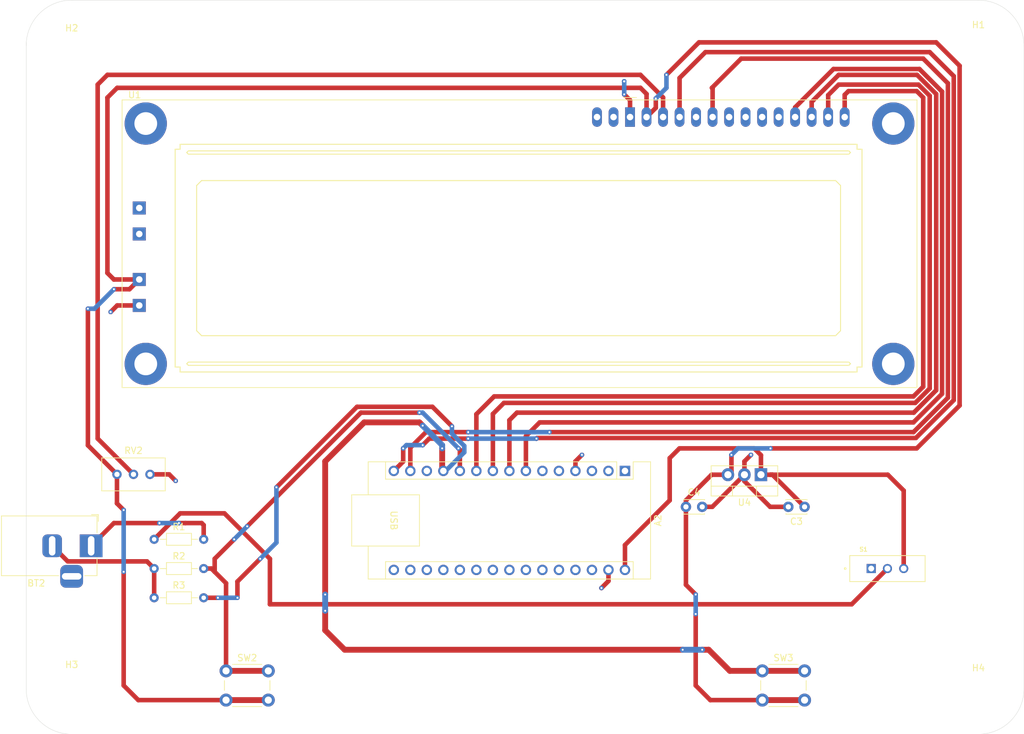
<source format=kicad_pcb>
(kicad_pcb (version 20221018) (generator pcbnew)
  (layers (0 "F.Cu" signal) (31 "B.Cu" signal) (34 "B.Paste" user) (35 "F.Paste" user) (36 "B.SilkS" user "B.Silkscreen") (37 "F.SilkS" user "F.Silkscreen") (38 "B.Mask" user) (39 "F.Mask" user) (44 "Edge.Cuts" user))
  (net 0 "")
  (net 4 "GND")
  (net 7 "Net-(A2-D4)")
  (net 8 "Net-(A2-D5)")
  (net 9 "Net-(A2-D6)")
  (net 10 "Net-(A2-D7)")
  (net 11 "Net-(A2-D8)")
  (net 12 "Net-(A2-D9)")
  (net 14 "Net-(A2-D11)")
  (net 15 "Net-(A2-D12)")
  (net 29 "Net-(A2-VIN)")
  (net 30 "Net-(BT2-+)")
  (net 31 "Net-(BT2--)")
  (net 32 "Net-(U1-VDD)")
  (net 33 "Net-(U1-VO)")
  (net 42 "Net-(R1-Pad1)")
  (footprint "MountingHole:MountingHole_2.2mm_M2" (layer "F.Cu") (at 40.5 134)
    (fp_text reference "H3" (at 0 -3.2) (layer "F.SilkS"))
    (fp_text value "MountingHole")
    (pad "" np_thru_hole circle (at 0 0) (size 2.2 2.2) (drill 2.2) (layers "*.Cu" "*.Mask"))
  )
  (footprint "MountingHole:MountingHole_2.2mm_M2" (layer "F.Cu") (at 180 35.5)
    (fp_text reference "H1" (at 0 -3.2) (layer "F.SilkS"))
    (fp_text value "MountingHole")
    (pad "" np_thru_hole circle (at 0 0) (size 2.2 2.2) (drill 2.2) (layers "*.Cu" "*.Mask"))
  )
  (footprint "Package_TO_SOT_THT:TO-220-3_Vertical" (layer "F.Cu") (at 146.54 101.555 180)
    (fp_text reference "U4" (at 2.54 -4.27) (layer "F.SilkS"))
    (fp_text value "LM7805_TO220")
    (fp_line (start -2.58 -3.27) (end -2.58 1.371) (stroke (width 0.12)) (layer "F.SilkS"))
    (fp_line (start -2.58 -3.27) (end 7.66 -3.27) (stroke (width 0.12)) (layer "F.SilkS"))
    (fp_line (start -2.58 -1.76) (end 7.66 -1.76) (stroke (width 0.12)) (layer "F.SilkS"))
    (fp_line (start -2.58 1.371) (end 7.66 1.371) (stroke (width 0.12)) (layer "F.SilkS"))
    (fp_line (start 0.69 -3.27) (end 0.69 -1.76) (stroke (width 0.12)) (layer "F.SilkS"))
    (fp_line (start 4.391 -3.27) (end 4.391 -1.76) (stroke (width 0.12)) (layer "F.SilkS"))
    (fp_line (start 7.66 -3.27) (end 7.66 1.371) (stroke (width 0.12)) (layer "F.SilkS"))
    (pad "1" thru_hole rect (at 0 0 180) (size 1.905 2) (drill 1.1) (layers "*.Cu" "*.Mask") (net 29 "Net-(A2-VIN)"))
    (pad "2" thru_hole oval (at 2.54 0 180) (size 1.905 2) (drill 1.1) (layers "*.Cu" "*.Mask") (net 4 "GND"))
    (pad "3" thru_hole oval (at 5.08 0 180) (size 1.905 2) (drill 1.1) (layers "*.Cu" "*.Mask") (net 32 "Net-(U1-VDD)"))
  )
  (footprint "MountingHole:MountingHole_2.2mm_M2" (layer "F.Cu") (at 180 134.5)
    (fp_text reference "H4" (at 0 -3.2) (layer "F.SilkS"))
    (fp_text value "MountingHole")
    (pad "" np_thru_hole circle (at 0 0) (size 2.2 2.2) (drill 2.2) (layers "*.Cu" "*.Mask"))
  )
  (footprint "Potentiometer_THT:Potentiometer_Bourns_3296W_Vertical" (layer "F.Cu") (at 52.55 101.5)
    (fp_text reference "RV2" (at -2.54 -3.66) (layer "F.SilkS"))
    (fp_text value "10k")
    (fp_line (start -7.425 -2.53) (end -7.425 2.54) (stroke (width 0.12)) (layer "F.SilkS"))
    (fp_line (start -7.425 -2.53) (end 2.345 -2.53) (stroke (width 0.12)) (layer "F.SilkS"))
    (fp_line (start -7.425 2.54) (end 2.345 2.54) (stroke (width 0.12)) (layer "F.SilkS"))
    (fp_line (start 2.345 -2.53) (end 2.345 2.54) (stroke (width 0.12)) (layer "F.SilkS"))
    (pad "1" thru_hole circle (at 0 0) (size 1.44 1.44) (drill 0.8) (layers "*.Cu" "*.Mask") (net 4 "GND"))
    (pad "2" thru_hole circle (at -2.54 0) (size 1.44 1.44) (drill 0.8) (layers "*.Cu" "*.Mask") (net 33 "Net-(U1-VO)"))
    (pad "3" thru_hole circle (at -5.08 0) (size 1.44 1.44) (drill 0.8) (layers "*.Cu" "*.Mask") (net 32 "Net-(U1-VDD)"))
  )
  (footprint "Module:Arduino_Nano" (layer "F.Cu") (at 125.62 100.97 -90)
    (fp_text reference "A2" (at 7.62 -5.08 90) (layer "F.SilkS"))
    (fp_text value "Arduino_Nano_v3.x")
    (fp_text user "USB" (at 7.62 35.56 -90 unlocked) (layer "F.SilkS"))
    (fp_line (start -1.4 -3.94) (end -1.4 -1.27) (stroke (width 0.12)) (layer "F.SilkS"))
    (fp_line (start -1.4 1.27) (end -1.4 39.5) (stroke (width 0.12)) (layer "F.SilkS"))
    (fp_line (start -1.4 39.5) (end 3.68 39.5) (stroke (width 0.12)) (layer "F.SilkS"))
    (fp_line (start 1.27 -1.27) (end -1.4 -1.27) (stroke (width 0.12)) (layer "F.SilkS"))
    (fp_line (start 1.27 1.27) (end -1.4 1.27) (stroke (width 0.12)) (layer "F.SilkS"))
    (fp_line (start 1.27 1.27) (end 1.27 -1.27) (stroke (width 0.12)) (layer "F.SilkS"))
    (fp_line (start 1.27 1.27) (end 1.27 36.83) (stroke (width 0.12)) (layer "F.SilkS"))
    (fp_line (start 1.27 36.83) (end -1.4 36.83) (stroke (width 0.12)) (layer "F.SilkS"))
    (fp_line (start 3.68 31.62) (end 11.56 31.62) (stroke (width 0.12)) (layer "F.SilkS"))
    (fp_line (start 3.68 42.04) (end 3.68 31.62) (stroke (width 0.12)) (layer "F.SilkS"))
    (fp_line (start 11.56 31.62) (end 11.56 42.04) (stroke (width 0.12)) (layer "F.SilkS"))
    (fp_line (start 11.56 42.04) (end 3.68 42.04) (stroke (width 0.12)) (layer "F.SilkS"))
    (fp_line (start 13.97 -1.27) (end 13.97 36.83) (stroke (width 0.12)) (layer "F.SilkS"))
    (fp_line (start 13.97 -1.27) (end 16.64 -1.27) (stroke (width 0.12)) (layer "F.SilkS"))
    (fp_line (start 13.97 36.83) (end 16.64 36.83) (stroke (width 0.12)) (layer "F.SilkS"))
    (fp_line (start 16.64 -3.94) (end -1.4 -3.94) (stroke (width 0.12)) (layer "F.SilkS"))
    (fp_line (start 16.64 39.5) (end 11.56 39.5) (stroke (width 0.12)) (layer "F.SilkS"))
    (fp_line (start 16.64 39.5) (end 16.64 -3.94) (stroke (width 0.12)) (layer "F.SilkS"))
    (pad "1" thru_hole rect (at 0 0 270) (size 1.6 1.6) (drill 1) (layers "*.Cu" "*.Mask"))
    (pad "2" thru_hole oval (at 0 2.54 270) (size 1.6 1.6) (drill 1) (layers "*.Cu" "*.Mask"))
    (pad "3" thru_hole oval (at 0 5.08 270) (size 1.6 1.6) (drill 1) (layers "*.Cu" "*.Mask"))
    (pad "4" thru_hole oval (at 0 7.62 270) (size 1.6 1.6) (drill 1) (layers "*.Cu" "*.Mask") (net 4 "GND"))
    (pad "5" thru_hole oval (at 0 10.16 270) (size 1.6 1.6) (drill 1) (layers "*.Cu" "*.Mask"))
    (pad "6" thru_hole oval (at 0 12.7 270) (size 1.6 1.6) (drill 1) (layers "*.Cu" "*.Mask"))
    (pad "7" thru_hole oval (at 0 15.24 270) (size 1.6 1.6) (drill 1) (layers "*.Cu" "*.Mask") (net 7 "Net-(A2-D4)"))
    (pad "8" thru_hole oval (at 0 17.78 270) (size 1.6 1.6) (drill 1) (layers "*.Cu" "*.Mask") (net 8 "Net-(A2-D5)"))
    (pad "9" thru_hole oval (at 0 20.32 270) (size 1.6 1.6) (drill 1) (layers "*.Cu" "*.Mask") (net 9 "Net-(A2-D6)"))
    (pad "10" thru_hole oval (at 0 22.86 270) (size 1.6 1.6) (drill 1) (layers "*.Cu" "*.Mask") (net 10 "Net-(A2-D7)"))
    (pad "11" thru_hole oval (at 0 25.4 270) (size 1.6 1.6) (drill 1) (layers "*.Cu" "*.Mask") (net 11 "Net-(A2-D8)"))
    (pad "12" thru_hole oval (at 0 27.94 270) (size 1.6 1.6) (drill 1) (layers "*.Cu" "*.Mask") (net 12 "Net-(A2-D9)"))
    (pad "13" thru_hole oval (at 0 30.48 270) (size 1.6 1.6) (drill 1) (layers "*.Cu" "*.Mask"))
    (pad "14" thru_hole oval (at 0 33.02 270) (size 1.6 1.6) (drill 1) (layers "*.Cu" "*.Mask") (net 14 "Net-(A2-D11)"))
    (pad "15" thru_hole oval (at 0 35.56 270) (size 1.6 1.6) (drill 1) (layers "*.Cu" "*.Mask") (net 15 "Net-(A2-D12)"))
    (pad "16" thru_hole oval (at 15.24 35.56 270) (size 1.6 1.6) (drill 1) (layers "*.Cu" "*.Mask"))
    (pad "17" thru_hole oval (at 15.24 33.02 270) (size 1.6 1.6) (drill 1) (layers "*.Cu" "*.Mask"))
    (pad "18" thru_hole oval (at 15.24 30.48 270) (size 1.6 1.6) (drill 1) (layers "*.Cu" "*.Mask"))
    (pad "19" thru_hole oval (at 15.24 27.94 270) (size 1.6 1.6) (drill 1) (layers "*.Cu" "*.Mask"))
    (pad "20" thru_hole oval (at 15.24 25.4 270) (size 1.6 1.6) (drill 1) (layers "*.Cu" "*.Mask"))
    (pad "21" thru_hole oval (at 15.24 22.86 270) (size 1.6 1.6) (drill 1) (layers "*.Cu" "*.Mask"))
    (pad "22" thru_hole oval (at 15.24 20.32 270) (size 1.6 1.6) (drill 1) (layers "*.Cu" "*.Mask"))
    (pad "23" thru_hole oval (at 15.24 17.78 270) (size 1.6 1.6) (drill 1) (layers "*.Cu" "*.Mask"))
    (pad "24" thru_hole oval (at 15.24 15.24 270) (size 1.6 1.6) (drill 1) (layers "*.Cu" "*.Mask"))
    (pad "25" thru_hole oval (at 15.24 12.7 270) (size 1.6 1.6) (drill 1) (layers "*.Cu" "*.Mask"))
    (pad "26" thru_hole oval (at 15.24 10.16 270) (size 1.6 1.6) (drill 1) (layers "*.Cu" "*.Mask"))
    (pad "27" thru_hole oval (at 15.24 7.62 270) (size 1.6 1.6) (drill 1) (layers "*.Cu" "*.Mask"))
    (pad "28" thru_hole oval (at 15.24 5.08 270) (size 1.6 1.6) (drill 1) (layers "*.Cu" "*.Mask"))
    (pad "29" thru_hole oval (at 15.24 2.54 270) (size 1.6 1.6) (drill 1) (layers "*.Cu" "*.Mask") (net 4 "GND"))
    (pad "30" thru_hole oval (at 15.24 0 270) (size 1.6 1.6) (drill 1) (layers "*.Cu" "*.Mask") (net 29 "Net-(A2-VIN)"))
  )
  (footprint "Button_Switch_THT:SW_PUSH_6mm_H5mm" (layer "F.Cu") (at 146.75 131.75)
    (fp_text reference "SW3" (at 3.25 -2) (layer "F.SilkS"))
    (fp_text value "SW_Push")
    (fp_line (start -0.25 1.5) (end -0.25 3) (stroke (width 0.12)) (layer "F.SilkS"))
    (fp_line (start 1 5.5) (end 5.5 5.5) (stroke (width 0.12)) (layer "F.SilkS"))
    (fp_line (start 5.5 -1) (end 1 -1) (stroke (width 0.12)) (layer "F.SilkS"))
    (fp_line (start 6.75 3) (end 6.75 1.5) (stroke (width 0.12)) (layer "F.SilkS"))
    (pad "1" thru_hole circle (at 0 0 90) (size 2 2) (drill 1.1) (layers "*.Cu" "*.Mask") (net 12 "Net-(A2-D9)"))
    (pad "1" thru_hole circle (at 6.5 0 90) (size 2 2) (drill 1.1) (layers "*.Cu" "*.Mask") (net 12 "Net-(A2-D9)"))
    (pad "2" thru_hole circle (at 0 4.5 90) (size 2 2) (drill 1.1) (layers "*.Cu" "*.Mask") (net 32 "Net-(U1-VDD)"))
    (pad "2" thru_hole circle (at 6.5 4.5 90) (size 2 2) (drill 1.1) (layers "*.Cu" "*.Mask") (net 32 "Net-(U1-VDD)"))
  )
  (footprint "Resistor_THT:R_Axial_DIN0204_L3.6mm_D1.6mm_P7.62mm_Horizontal" (layer "F.Cu") (at 53.19 111.5)
    (fp_text reference "R1" (at 3.81 -1.92) (layer "F.SilkS"))
    (fp_text value "10K")
    (fp_line (start 0.94 0) (end 1.89 0) (stroke (width 0.12)) (layer "F.SilkS"))
    (fp_line (start 1.89 -0.92) (end 1.89 0.92) (stroke (width 0.12)) (layer "F.SilkS"))
    (fp_line (start 1.89 0.92) (end 5.73 0.92) (stroke (width 0.12)) (layer "F.SilkS"))
    (fp_line (start 5.73 -0.92) (end 1.89 -0.92) (stroke (width 0.12)) (layer "F.SilkS"))
    (fp_line (start 5.73 0.92) (end 5.73 -0.92) (stroke (width 0.12)) (layer "F.SilkS"))
    (fp_line (start 6.68 0) (end 5.73 0) (stroke (width 0.12)) (layer "F.SilkS"))
    (pad "1" thru_hole circle (at 0 0) (size 1.4 1.4) (drill 0.7) (layers "*.Cu" "*.Mask") (net 42 "Net-(R1-Pad1)"))
    (pad "2" thru_hole oval (at 7.62 0) (size 1.4 1.4) (drill 0.7) (layers "*.Cu" "*.Mask") (net 30 "Net-(BT2-+)"))
  )
  (footprint "Capacitor_THT:C_Disc_D3.0mm_W2.0mm_P2.50mm" (layer "F.Cu") (at 153.25 106.5 180)
    (fp_text reference "C3" (at 1.25 -2.25) (layer "F.SilkS"))
    (fp_text value "0.33uF")
    (fp_line (start -0.37 -1.12) (end -0.37 -1.055) (stroke (width 0.12)) (layer "F.SilkS"))
    (fp_line (start -0.37 -1.12) (end 2.87 -1.12) (stroke (width 0.12)) (layer "F.SilkS"))
    (fp_line (start -0.37 1.055) (end -0.37 1.12) (stroke (width 0.12)) (layer "F.SilkS"))
    (fp_line (start -0.37 1.12) (end 2.87 1.12) (stroke (width 0.12)) (layer "F.SilkS"))
    (fp_line (start 2.87 -1.12) (end 2.87 -1.055) (stroke (width 0.12)) (layer "F.SilkS"))
    (fp_line (start 2.87 1.055) (end 2.87 1.12) (stroke (width 0.12)) (layer "F.SilkS"))
    (pad "1" thru_hole circle (at 0 0 180) (size 1.6 1.6) (drill 0.8) (layers "*.Cu" "*.Mask") (net 29 "Net-(A2-VIN)"))
    (pad "2" thru_hole circle (at 2.5 0 180) (size 1.6 1.6) (drill 0.8) (layers "*.Cu" "*.Mask") (net 4 "GND"))
  )
  (footprint "Resistor_THT:R_Axial_DIN0204_L3.6mm_D1.6mm_P7.62mm_Horizontal" (layer "F.Cu") (at 53.19 116)
    (fp_text reference "R2" (at 3.81 -1.92) (layer "F.SilkS"))
    (fp_text value "10k")
    (fp_line (start 0.94 0) (end 1.89 0) (stroke (width 0.12)) (layer "F.SilkS"))
    (fp_line (start 1.89 -0.92) (end 1.89 0.92) (stroke (width 0.12)) (layer "F.SilkS"))
    (fp_line (start 1.89 0.92) (end 5.73 0.92) (stroke (width 0.12)) (layer "F.SilkS"))
    (fp_line (start 5.73 -0.92) (end 1.89 -0.92) (stroke (width 0.12)) (layer "F.SilkS"))
    (fp_line (start 5.73 0.92) (end 5.73 -0.92) (stroke (width 0.12)) (layer "F.SilkS"))
    (fp_line (start 6.68 0) (end 5.73 0) (stroke (width 0.12)) (layer "F.SilkS"))
    (pad "1" thru_hole circle (at 0 0) (size 1.4 1.4) (drill 0.7) (layers "*.Cu" "*.Mask") (net 31 "Net-(BT2--)"))
    (pad "2" thru_hole oval (at 7.62 0) (size 1.4 1.4) (drill 0.7) (layers "*.Cu" "*.Mask") (net 11 "Net-(A2-D8)"))
  )
  (footprint "Display:LCD-016N002L" (layer "F.Cu") (at 126.4 46.495)
    (fp_text reference "U1" (at -76.21 -3.41 180) (layer "F.SilkS"))
    (fp_text value "LCD-016N002L")
    (fp_line (start -78.14 -2.64) (end -78.14 41.64) (stroke (width 0.12)) (layer "F.SilkS"))
    (fp_line (start -78.14 41.64) (end 44.14 41.64) (stroke (width 0.12)) (layer "F.SilkS"))
    (fp_line (start -69.977 4.953) (end -69.977 38.481) (stroke (width 0.15)) (layer "F.SilkS"))
    (fp_line (start -69.215 4.191) (end -69.215 4.953) (stroke (width 0.15)) (layer "F.SilkS"))
    (fp_line (start -69.215 4.953) (end -69.977 4.953) (stroke (width 0.15)) (layer "F.SilkS"))
    (fp_line (start -69.215 38.481) (end -69.977 38.481) (stroke (width 0.15)) (layer "F.SilkS"))
    (fp_line (start -69.215 39.243) (end -69.215 38.481) (stroke (width 0.15)) (layer "F.SilkS"))
    (fp_line (start -69.215 39.243) (end 34.925 39.243) (stroke (width 0.15)) (layer "F.SilkS"))
    (fp_line (start -68.199 5.461) (end -67.945 5.715) (stroke (width 0.15)) (layer "F.SilkS"))
    (fp_line (start -68.199 37.973) (end -67.945 38.227) (stroke (width 0.15)) (layer "F.SilkS"))
    (fp_line (start -67.945 5.207) (end -68.199 5.461) (stroke (width 0.15)) (layer "F.SilkS"))
    (fp_line (start -67.945 5.715) (end 33.655 5.715) (stroke (width 0.15)) (layer "F.SilkS"))
    (fp_line (start -67.945 37.719) (end -68.199 37.973) (stroke (width 0.15)) (layer "F.SilkS"))
    (fp_line (start -67.945 38.227) (end 33.655 38.227) (stroke (width 0.15)) (layer "F.SilkS"))
    (fp_line (start -66.675 10.541) (end -65.913 9.779) (stroke (width 0.15)) (layer "F.SilkS"))
    (fp_line (start -66.675 32.893) (end -66.675 10.541) (stroke (width 0.15)) (layer "F.SilkS"))
    (fp_line (start -65.913 9.779) (end 31.623 9.779) (stroke (width 0.15)) (layer "F.SilkS"))
    (fp_line (start -65.913 33.655) (end -66.675 32.893) (stroke (width 0.15)) (layer "F.SilkS"))
    (fp_line (start -1 -3) (end 1 -3) (stroke (width 0.12)) (layer "F.SilkS"))
    (fp_line (start 31.623 9.779) (end 32.385 10.541) (stroke (width 0.15)) (layer "F.SilkS"))
    (fp_line (start 31.623 33.655) (end -65.913 33.655) (stroke (width 0.15)) (layer "F.SilkS"))
    (fp_line (start 32.385 10.541) (end 32.385 32.893) (stroke (width 0.15)) (layer "F.SilkS"))
    (fp_line (start 32.385 32.893) (end 31.623 33.655) (stroke (width 0.15)) (layer "F.SilkS"))
    (fp_line (start 33.655 5.207) (end -67.945 5.207) (stroke (width 0.15)) (layer "F.SilkS"))
    (fp_line (start 33.655 5.207) (end 33.909 5.461) (stroke (width 0.15)) (layer "F.SilkS"))
    (fp_line (start 33.655 37.719) (end -67.945 37.719) (stroke (width 0.15)) (layer "F.SilkS"))
    (fp_line (start 33.655 38.227) (end 33.909 37.973) (stroke (width 0.15)) (layer "F.SilkS"))
    (fp_line (start 33.909 5.461) (end 33.655 5.715) (stroke (width 0.15)) (layer "F.SilkS"))
    (fp_line (start 33.909 37.973) (end 33.655 37.719) (stroke (width 0.15)) (layer "F.SilkS"))
    (fp_line (start 34.925 4.191) (end -69.215 4.191) (stroke (width 0.15)) (layer "F.SilkS"))
    (fp_line (start 34.925 4.191) (end 34.925 4.953) (stroke (width 0.15)) (layer "F.SilkS"))
    (fp_line (start 34.925 4.953) (end 35.687 4.953) (stroke (width 0.15)) (layer "F.SilkS"))
    (fp_line (start 34.925 38.481) (end 34.925 39.243) (stroke (width 0.15)) (layer "F.SilkS"))
    (fp_line (start 35.687 38.481) (end 34.925 38.481) (stroke (width 0.15)) (layer "F.SilkS"))
    (fp_line (start 35.687 38.481) (end 35.687 4.953) (stroke (width 0.15)) (layer "F.SilkS"))
    (fp_line (start 44.14 -2.64) (end -78.14 -2.64) (stroke (width 0.12)) (layer "F.SilkS"))
    (fp_line (start 44.14 -2.64) (end 44.14 41.64) (stroke (width 0.12)) (layer "F.SilkS"))
    (pad "" thru_hole circle (at -74.5 1 180) (size 6.5 6.5) (drill 3.5) (layers "*.Cu" "*.Mask"))
    (pad "" thru_hole circle (at -74.5 38 180) (size 6.5 6.5) (drill 3.5) (layers "*.Cu" "*.Mask"))
    (pad "" thru_hole circle (at 40.5 1 180) (size 6.5 6.5) (drill 3.5) (layers "*.Cu" "*.Mask"))
    (pad "" thru_hole circle (at 40.5 38 180) (size 6.5 6.5) (drill 3.5) (layers "*.Cu" "*.Mask"))
    (pad "1" thru_hole rect (at 0 0 180) (size 1.5 3) (drill 1) (layers "*.Cu" "*.Mask") (net 4 "GND"))
    (pad "2" thru_hole oval (at 2.54 0 180) (size 1.5 3) (drill 1) (layers "*.Cu" "*.Mask") (net 32 "Net-(U1-VDD)"))
    (pad "3" thru_hole oval (at 5.08 0 180) (size 1.5 3) (drill 1) (layers "*.Cu" "*.Mask") (net 33 "Net-(U1-VO)"))
    (pad "4" thru_hole oval (at 7.62 0 180) (size 1.5 3) (drill 1) (layers "*.Cu" "*.Mask") (net 15 "Net-(A2-D12)"))
    (pad "5" thru_hole oval (at 10.16 0 180) (size 1.5 3) (drill 1) (layers "*.Cu" "*.Mask") (net 4 "GND"))
    (pad "6" thru_hole oval (at 12.7 0 180) (size 1.5 3) (drill 1) (layers "*.Cu" "*.Mask") (net 14 "Net-(A2-D11)"))
    (pad "7" thru_hole oval (at 15.24 0 180) (size 1.5 3) (drill 1) (layers "*.Cu" "*.Mask"))
    (pad "8" thru_hole oval (at 17.78 0 180) (size 1.5 3) (drill 1) (layers "*.Cu" "*.Mask"))
    (pad "9" thru_hole oval (at 20.32 0 180) (size 1.5 3) (drill 1) (layers "*.Cu" "*.Mask"))
    (pad "10" thru_hole oval (at 22.86 0 180) (size 1.5 3) (drill 1) (layers "*.Cu" "*.Mask"))
    (pad "11" thru_hole oval (at 25.4 0 180) (size 1.5 3) (drill 1) (layers "*.Cu" "*.Mask") (net 7 "Net-(A2-D4)"))
    (pad "12" thru_hole oval (at 27.94 0 180) (size 1.5 3) (drill 1) (layers "*.Cu" "*.Mask") (net 8 "Net-(A2-D5)"))
    (pad "13" thru_hole oval (at 30.48 0 180) (size 1.5 3) (drill 1) (layers "*.Cu" "*.Mask") (net 9 "Net-(A2-D6)"))
    (pad "14" thru_hole oval (at 33.02 0 180) (size 1.5 3) (drill 1) (layers "*.Cu" "*.Mask") (net 10 "Net-(A2-D7)"))
    (pad "15" thru_hole oval (at -2.54 0 180) (size 1.5 3) (drill 1) (layers "*.Cu" "*.Mask"))
    (pad "16" thru_hole oval (at -5.08 0 180) (size 1.5 3) (drill 1) (layers "*.Cu" "*.Mask"))
    (pad "A1" thru_hole rect (at -75.5 14 180) (size 2 2) (drill 1) (layers "*.Cu" "*.Mask"))
    (pad "A2" thru_hole rect (at -75.5 25 180) (size 2 2) (drill 1) (layers "*.Cu" "*.Mask") (net 32 "Net-(U1-VDD)"))
    (pad "K1" thru_hole rect (at -75.5 18 180) (size 2 2) (drill 1) (layers "*.Cu" "*.Mask"))
    (pad "K2" thru_hole rect (at -75.5 29 180) (size 2 2) (drill 1) (layers "*.Cu" "*.Mask") (net 4 "GND"))
  )
  (footprint "ECE_411:SW_MINI-SPDT-SW" (layer "F.Cu") (at 166 116)
    (fp_text reference "S1" (at -3.683 -2.9464) (layer "F.SilkS") (effects (font (size 0.64 0.64))))
    (fp_text value "MINI-SPDT-SW")
    (fp_line (start -5.8 -2) (end -5.8 2) (stroke (width 0.127)) (layer "F.SilkS"))
    (fp_line (start -5.8 2) (end 5.8 2) (stroke (width 0.127)) (layer "F.SilkS"))
    (fp_line (start 5.8 -2) (end -5.8 -2) (stroke (width 0.127)) (layer "F.SilkS"))
    (fp_line (start 5.8 2) (end 5.8 -2) (stroke (width 0.127)) (layer "F.SilkS"))
    (fp_circle (center -6.5 0) (end -6.4 0) (stroke (width 0.2)) (fill none) (layer "F.SilkS"))
    (pad "1" thru_hole rect (at -2.5 0) (size 1.408 1.408) (drill 0.9) (layers "*.Cu" "*.Mask"))
    (pad "2" thru_hole circle (at 0 0) (size 1.408 1.408) (drill 0.9) (layers "*.Cu" "*.Mask") (net 42 "Net-(R1-Pad1)"))
    (pad "3" thru_hole circle (at 2.5 0) (size 1.408 1.408) (drill 0.9) (layers "*.Cu" "*.Mask") (net 29 "Net-(A2-VIN)"))
  )
  (footprint "Button_Switch_THT:SW_PUSH_6mm_H5mm" (layer "F.Cu") (at 64.25 131.75)
    (fp_text reference "SW2" (at 3.25 -2) (layer "F.SilkS"))
    (fp_text value "SW_Push")
    (fp_line (start -0.25 1.5) (end -0.25 3) (stroke (width 0.12)) (layer "F.SilkS"))
    (fp_line (start 1 5.5) (end 5.5 5.5) (stroke (width 0.12)) (layer "F.SilkS"))
    (fp_line (start 5.5 -1) (end 1 -1) (stroke (width 0.12)) (layer "F.SilkS"))
    (fp_line (start 6.75 3) (end 6.75 1.5) (stroke (width 0.12)) (layer "F.SilkS"))
    (pad "1" thru_hole circle (at 0 0 90) (size 2 2) (drill 1.1) (layers "*.Cu" "*.Mask") (net 11 "Net-(A2-D8)"))
    (pad "1" thru_hole circle (at 6.5 0 90) (size 2 2) (drill 1.1) (layers "*.Cu" "*.Mask") (net 11 "Net-(A2-D8)"))
    (pad "2" thru_hole circle (at 0 4.5 90) (size 2 2) (drill 1.1) (layers "*.Cu" "*.Mask") (net 32 "Net-(U1-VDD)"))
    (pad "2" thru_hole circle (at 6.5 4.5 90) (size 2 2) (drill 1.1) (layers "*.Cu" "*.Mask") (net 32 "Net-(U1-VDD)"))
  )
  (footprint "Capacitor_THT:C_Disc_D3.0mm_W2.0mm_P2.50mm" (layer "F.Cu") (at 135 106.5)
    (fp_text reference "C4" (at 1.25 -2.25) (layer "F.SilkS"))
    (fp_text value "0.1uF")
    (fp_line (start -0.37 -1.12) (end -0.37 -1.055) (stroke (width 0.12)) (layer "F.SilkS"))
    (fp_line (start -0.37 -1.12) (end 2.87 -1.12) (stroke (width 0.12)) (layer "F.SilkS"))
    (fp_line (start -0.37 1.055) (end -0.37 1.12) (stroke (width 0.12)) (layer "F.SilkS"))
    (fp_line (start -0.37 1.12) (end 2.87 1.12) (stroke (width 0.12)) (layer "F.SilkS"))
    (fp_line (start 2.87 -1.12) (end 2.87 -1.055) (stroke (width 0.12)) (layer "F.SilkS"))
    (fp_line (start 2.87 1.055) (end 2.87 1.12) (stroke (width 0.12)) (layer "F.SilkS"))
    (pad "1" thru_hole circle (at 0 0) (size 1.6 1.6) (drill 0.8) (layers "*.Cu" "*.Mask") (net 32 "Net-(U1-VDD)"))
    (pad "2" thru_hole circle (at 2.5 0) (size 1.6 1.6) (drill 0.8) (layers "*.Cu" "*.Mask") (net 4 "GND"))
  )
  (footprint "Connector_BarrelJack:BarrelJack_Horizontal" (layer "F.Cu") (at 43.5 112.5)
    (fp_text reference "BT2" (at -8.45 5.75) (layer "F.SilkS"))
    (fp_text value "9V")
    (fp_line (start -13.8 -4.6) (end 0.9 -4.6) (stroke (width 0.12)) (layer "F.SilkS"))
    (fp_line (start -13.8 4.6) (end -13.8 -4.6) (stroke (width 0.12)) (layer "F.SilkS"))
    (fp_line (start -5 4.6) (end -13.8 4.6) (stroke (width 0.12)) (layer "F.SilkS"))
    (fp_line (start 0.05 -4.8) (end 1.1 -4.8) (stroke (width 0.12)) (layer "F.SilkS"))
    (fp_line (start 0.9 -4.6) (end 0.9 -2) (stroke (width 0.12)) (layer "F.SilkS"))
    (fp_line (start 0.9 1.9) (end 0.9 4.6) (stroke (width 0.12)) (layer "F.SilkS"))
    (fp_line (start 0.9 4.6) (end -1 4.6) (stroke (width 0.12)) (layer "F.SilkS"))
    (fp_line (start 1.1 -3.75) (end 1.1 -4.8) (stroke (width 0.12)) (layer "F.SilkS"))
    (pad "1" thru_hole rect (at 0 0) (size 3.5 3.5) (drill oval 1 3) (layers "*.Cu" "*.Mask") (net 30 "Net-(BT2-+)"))
    (pad "2" thru_hole roundrect (at -6 0) (size 3 3.5) (drill oval 1 3) (layers "*.Cu" "*.Mask") (net 31 "Net-(BT2--)"))
    (pad "3" thru_hole roundrect (at -3 4.7) (size 3.5 3.5) (drill oval 3 1) (layers "*.Cu" "*.Mask"))
  )
  (footprint "MountingHole:MountingHole_2.2mm_M2" (layer "F.Cu") (at 40.5 36)
    (fp_text reference "H2" (at 0 -3.2) (layer "F.SilkS"))
    (fp_text value "MountingHole")
    (pad "" np_thru_hole circle (at 0 0) (size 2.2 2.2) (drill 2.2) (layers "*.Cu" "*.Mask"))
  )
  (footprint "Resistor_THT:R_Axial_DIN0204_L3.6mm_D1.6mm_P7.62mm_Horizontal" (layer "F.Cu") (at 53.19 120.5)
    (fp_text reference "R3" (at 3.81 -1.92) (layer "F.SilkS"))
    (fp_text value "10k")
    (fp_line (start 0.94 0) (end 1.89 0) (stroke (width 0.12)) (layer "F.SilkS"))
    (fp_line (start 1.89 -0.92) (end 1.89 0.92) (stroke (width 0.12)) (layer "F.SilkS"))
    (fp_line (start 1.89 0.92) (end 5.73 0.92) (stroke (width 0.12)) (layer "F.SilkS"))
    (fp_line (start 5.73 -0.92) (end 1.89 -0.92) (stroke (width 0.12)) (layer "F.SilkS"))
    (fp_line (start 5.73 0.92) (end 5.73 -0.92) (stroke (width 0.12)) (layer "F.SilkS"))
    (fp_line (start 6.68 0) (end 5.73 0) (stroke (width 0.12)) (layer "F.SilkS"))
    (pad "1" thru_hole circle (at 0 0) (size 1.4 1.4) (drill 0.7) (layers "*.Cu" "*.Mask") (net 31 "Net-(BT2--)"))
    (pad "2" thru_hole oval (at 7.62 0) (size 1.4 1.4) (drill 0.7) (layers "*.Cu" "*.Mask") (net 12 "Net-(A2-D9)"))
  )
  (gr_arc (start 40.5 141.5) (mid 35.550253 139.449747) (end 33.5 134.5) (stroke (width 0.05)) (layer "Edge.Cuts"))
  (gr_line (start 187 35.5) (end 187 134.5) (stroke (width 0.05)) (layer "Edge.Cuts"))
  (gr_arc (start 187 134.5) (mid 184.949747 139.449747) (end 180 141.5) (stroke (width 0.05)) (layer "Edge.Cuts"))
  (gr_line (start 33.5 134.5) (end 33.5 35) (stroke (width 0.05)) (layer "Edge.Cuts"))
  (gr_line (start 180 141.5) (end 40.5 141.5) (stroke (width 0.05)) (layer "Edge.Cuts"))
  (gr_arc (start 33.5 35.5) (mid 35.550253 30.550253) (end 40.5 28.5) (stroke (width 0.05)) (layer "Edge.Cuts"))
  (gr_arc (start 180 28.5) (mid 184.949747 30.550253) (end 187 35.5) (stroke (width 0.05)) (layer "Edge.Cuts"))
  (gr_line (start 40.5 28.5) (end 180 28.5) (stroke (width 0.05)) (layer "Edge.Cuts"))
  (segment (start 144 102.55133) (end 147.94867 106.5) (width 0.7) (layer "F.Cu") (net 4))
  (segment (start 118 100.97) (end 118 99.5) (width 0.7) (layer "F.Cu") (net 4))
  (segment (start 144 99.5) (end 145 98.5) (width 0.7) (layer "F.Cu") (net 4))
  (segment (start 118 99.5) (end 119 98.5) (width 0.7) (layer "F.Cu") (net 4))
  (segment (start 52.55 101.5) (end 55.5 101.5) (width 0.7) (layer "F.Cu") (net 4))
  (segment (start 126.4 46.495) (end 126.4 43.9) (width 0.7) (layer "F.Cu") (net 4))
  (segment (start 139.055 106.5) (end 137.5 106.5) (width 0.7) (layer "F.Cu") (net 4))
  (segment (start 126.4 43.9) (end 125.5 43) (width 0.7) (layer "F.Cu") (net 4))
  (segment (start 123.08 116.21) (end 123.08 117.92) (width 0.7) (layer "F.Cu") (net 4))
  (segment (start 123.08 117.92) (end 122 119) (width 0.7) (layer "F.Cu") (net 4))
  (segment (start 144 101.555) (end 144 99.5) (width 0.7) (layer "F.Cu") (net 4))
  (segment (start 50.9 75.495) (end 47.505 75.495) (width 0.7) (layer "F.Cu") (net 4))
  (segment (start 144 101.555) (end 144 102.55133) (width 0.7) (layer "F.Cu") (net 4))
  (segment (start 55.5 101.5) (end 56.5 102.5) (width 0.7) (layer "F.Cu") (net 4))
  (segment (start 47.505 75.495) (end 46.5 76.5) (width 0.7) (layer "F.Cu") (net 4))
  (segment (start 147.94867 106.5) (end 150.75 106.5) (width 0.7) (layer "F.Cu") (net 4))
  (segment (start 144 101.555) (end 139.055 106.5) (width 0.7) (layer "F.Cu") (net 4))
  (via (at 122 119) (size 0.700001) (drill 0.3) (layers "F.Cu" "B.Cu") (net 4))
  (via (at 46.5 76.5) (size 0.700001) (drill 0.3) (layers "F.Cu" "B.Cu") (net 4))
  (via (at 145 98.5) (size 0.700001) (drill 0.3) (layers "F.Cu" "B.Cu") (net 4))
  (via (at 119 98.5) (size 0.700001) (drill 0.3) (layers "F.Cu" "B.Cu") (net 4))
  (via (at 125.5 41) (size 0.700001) (drill 0.3) (layers "F.Cu" "B.Cu") (net 4))
  (via (at 125.5 41) (size 0.700001) (drill 0.3) (layers "F.Cu" "B.Cu") (net 4))
  (via (at 56.5 102.5) (size 0.700001) (drill 0.3) (layers "F.Cu" "B.Cu") (net 4))
  (via (at 125.5 43) (size 0.700001) (drill 0.3) (layers "F.Cu" "B.Cu") (net 4))
  (segment (start 125.5 43) (end 125.5 41) (width 0.7) (layer "B.Cu") (net 4))
  (segment (start 170 93.5) (end 112.5 93.5) (width 0.7) (layer "F.Cu") (net 7))
  (segment (start 112.5 93.5) (end 110.38 95.62) (width 0.7) (layer "F.Cu") (net 7))
  (segment (start 151.8 44.998809) (end 157.698809 39.1) (width 0.7) (layer "F.Cu") (net 7))
  (segment (start 157.698809 39.1) (end 170.918376 39.1) (width 0.7) (layer "F.Cu") (net 7))
  (segment (start 174.4 89.1) (end 170 93.5) (width 0.7) (layer "F.Cu") (net 7))
  (segment (start 170.918376 39.1) (end 174.4 42.581624) (width 0.7) (layer "F.Cu") (net 7))
  (segment (start 110.38 95.62) (end 110.38 100.97) (width 0.7) (layer "F.Cu") (net 7))
  (segment (start 174.4 42.581624) (end 174.4 89.1) (width 0.7) (layer "F.Cu") (net 7))
  (segment (start 151.8 46.495) (end 151.8 44.998809) (width 0.7) (layer "F.Cu") (net 7))
  (segment (start 158.5 40) (end 170.545584 40) (width 0.7) (layer "F.Cu") (net 8))
  (segment (start 170.045584 92) (end 109 92) (width 0.7) (layer "F.Cu") (net 8))
  (segment (start 173.5 42.954416) (end 173.5 88.545584) (width 0.7) (layer "F.Cu") (net 8))
  (segment (start 154.34 44.16) (end 158.5 40) (width 0.7) (layer "F.Cu") (net 8))
  (segment (start 173.5 88.545584) (end 170.045584 92) (width 0.7) (layer "F.Cu") (net 8))
  (segment (start 107.84 93.16) (end 107.84 100.97) (width 0.7) (layer "F.Cu") (net 8))
  (segment (start 109 92) (end 107.84 93.16) (width 0.7) (layer "F.Cu") (net 8))
  (segment (start 170.545584 40) (end 173.5 42.954416) (width 0.7) (layer "F.Cu") (net 8))
  (segment (start 154.34 46.495) (end 154.34 44.16) (width 0.7) (layer "F.Cu") (net 8))
  (segment (start 156.88 46.495) (end 156.88 43.12) (width 0.7) (layer "F.Cu") (net 9))
  (segment (start 170.272792 90.5) (end 107 90.5) (width 0.7) (layer "F.Cu") (net 9))
  (segment (start 105.3 92.2) (end 105.3 100.97) (width 0.7) (layer "F.Cu") (net 9))
  (segment (start 172.5 88.272792) (end 170.272792 90.5) (width 0.7) (layer "F.Cu") (net 9))
  (segment (start 172.5 43.227208) (end 172.5 88.272792) (width 0.7) (layer "F.Cu") (net 9))
  (segment (start 107 90.5) (end 105.3 92.2) (width 0.7) (layer "F.Cu") (net 9))
  (segment (start 156.88 43.12) (end 158.5 41.5) (width 0.7) (layer "F.Cu") (net 9))
  (segment (start 158.5 41.5) (end 170.772792 41.5) (width 0.7) (layer "F.Cu") (net 9))
  (segment (start 170.772792 41.5) (end 172.5 43.227208) (width 0.7) (layer "F.Cu") (net 9))
  (segment (start 171.5 43.5) (end 171.5 88) (width 0.7) (layer "F.Cu") (net 10))
  (segment (start 170.5 42.5) (end 171.5 43.5) (width 0.7) (layer "F.Cu") (net 10))
  (segment (start 160 42.5) (end 170.5 42.5) (width 0.7) (layer "F.Cu") (net 10))
  (segment (start 105.5 89.5) (end 102.76 92.24) (width 0.7) (layer "F.Cu") (net 10))
  (segment (start 170 89.5) (end 105.5 89.5) (width 0.7) (layer "F.Cu") (net 10))
  (segment (start 102.76 92.24) (end 102.76 100.97) (width 0.7) (layer "F.Cu") (net 10))
  (segment (start 159.42 43.08) (end 160 42.5) (width 0.7) (layer "F.Cu") (net 10))
  (segment (start 171.5 88) (end 170 89.5) (width 0.7) (layer "F.Cu") (net 10))
  (segment (start 159.42 46.495) (end 159.42 43.08) (width 0.7) (layer "F.Cu") (net 10))
  (segment (start 62 116) (end 62.5 116.5) (width 0.7) (layer "F.Cu") (net 11))
  (segment (start 65.5 111.5) (end 62.5 114.5) (width 0.7) (layer "F.Cu") (net 11))
  (segment (start 64.25 131.75) (end 70.75 131.75) (width 0.9) (layer "F.Cu") (net 11))
  (segment (start 62.5 114.5) (end 62.5 116.5) (width 0.7) (layer "F.Cu") (net 11))
  (segment (start 94 92) (end 85 92) (width 0.7) (layer "F.Cu") (net 11))
  (segment (start 60.81 116) (end 62 116) (width 0.7) (layer "F.Cu") (net 11))
  (segment (start 100.22 97.72) (end 100 97.5) (width 0.7) (layer "F.Cu") (net 11))
  (segment (start 100.22 100.97) (end 100.22 97.72) (width 0.7) (layer "F.Cu") (net 11))
  (segment (start 62.5 116.5) (end 64.25 118.25) (width 0.7) (layer "F.Cu") (net 11))
  (segment (start 64.25 118.25) (end 64.25 131.75) (width 0.7) (layer "F.Cu") (net 11))
  (segment (start 85 92) (end 67.5 109.5) (width 0.7) (layer "F.Cu") (net 11))
  (via (at 94 92) (size 0.700001) (drill 0.3) (layers "F.Cu" "B.Cu") (net 11))
  (via (at 100 97.5) (size 0.700001) (drill 0.3) (layers "F.Cu" "B.Cu") (net 11))
  (via (at 65.5 111.5) (size 0.700001) (drill 0.3) (layers "F.Cu" "B.Cu") (net 11))
  (via (at 67.5 109.5) (size 0.700001) (drill 0.3) (layers "F.Cu" "B.Cu") (net 11))
  (segment (start 67.5 109.5) (end 65.5 111.5) (width 0.7) (layer "B.Cu") (net 11))
  (segment (start 100 97.5) (end 94.5 92) (width 0.7) (layer "B.Cu") (net 11))
  (segment (start 94.5 92) (end 94 92) (width 0.7) (layer "B.Cu") (net 11))
  (segment (start 66 120.5) (end 66 118) (width 0.7) (layer "F.Cu") (net 12))
  (segment (start 79.5 99.5) (end 85.5 93.5) (width 0.9) (layer "F.Cu") (net 12))
  (segment (start 141.75 131.75) (end 138.5 128.5) (width 0.9) (layer "F.Cu") (net 12))
  (segment (start 79.5 120) (end 79.5 99.5) (width 0.9) (layer "F.Cu") (net 12))
  (segment (start 79.5 125.5) (end 79.5 122.5) (width 0.9) (layer "F.Cu") (net 12))
  (segment (start 66 118) (end 69.5 114.5) (width 0.7) (layer "F.Cu") (net 12))
  (segment (start 82.5 128.5) (end 79.5 125.5) (width 0.9) (layer "F.Cu") (net 12))
  (segment (start 96 91.1) (end 99 94.1) (width 0.7) (layer "F.Cu") (net 12))
  (segment (start 97.5 100.79) (end 97.68 100.97) (width 0.9) (layer "F.Cu") (net 12))
  (segment (start 138.5 128.5) (end 137.5 128.5) (width 0.9) (layer "F.Cu") (net 12))
  (segment (start 84.4 91.1) (end 96 91.1) (width 0.7) (layer "F.Cu") (net 12))
  (segment (start 60.81 120.5) (end 63 120.5) (width 0.7) (layer "F.Cu") (net 12))
  (segment (start 85.5 93.5) (end 94 93.5) (width 0.9) (layer "F.Cu") (net 12))
  (segment (start 146.75 131.75) (end 141.75 131.75) (width 0.9) (layer "F.Cu") (net 12))
  (segment (start 134.5 128.5) (end 82.5 128.5) (width 0.9) (layer "F.Cu") (net 12))
  (segment (start 94 93.5) (end 94.5 94) (width 0.9) (layer "F.Cu") (net 12))
  (segment (start 146.75 131.75) (end 153.25 131.75) (width 0.9) (layer "F.Cu") (net 12))
  (segment (start 72 103.5) (end 84.4 91.1) (width 0.7) (layer "F.Cu") (net 12))
  (segment (start 97.5 97.5) (end 97.5 100.79) (width 0.9) (layer "F.Cu") (net 12))
  (via (at 72 103.5) (size 0.6) (drill 0.3) (layers "F.Cu" "B.Cu") (net 12))
  (via (at 79.5 122.5) (size 0.700001) (drill 0.3) (layers "F.Cu" "B.Cu") (net 12))
  (via (at 94.5 94) (size 0.700001) (drill 0.3) (layers "F.Cu" "B.Cu") (net 12))
  (via (at 66 120.5) (size 0.6) (drill 0.3) (layers "F.Cu" "B.Cu") (net 12))
  (via (at 63 120.5) (size 0.6) (drill 0.3) (layers "F.Cu" "B.Cu") (net 12))
  (via (at 99 94.1) (size 0.6) (drill 0.3) (layers "F.Cu" "B.Cu") (net 12))
  (via (at 69.5 114.5) (size 0.6) (drill 0.3) (layers "F.Cu" "B.Cu") (net 12))
  (via (at 79.5 120) (size 0.700001) (drill 0.3) (layers "F.Cu" "B.Cu") (net 12))
  (via (at 134.5 128.5) (size 0.700001) (drill 0.3) (layers "F.Cu" "B.Cu") (net 12))
  (via (at 97.5 97.5) (size 0.700001) (drill 0.3) (layers "F.Cu" "B.Cu") (net 12))
  (via (at 137.5 128.5) (size 0.700001) (drill 0.3) (layers "F.Cu" "B.Cu") (net 12))
  (segment (start 94.5 94) (end 97.5 97) (width 0.9) (layer "B.Cu") (net 12))
  (segment (start 72 112) (end 72 103.5) (width 0.7) (layer "B.Cu") (net 12))
  (segment (start 137.5 128.5) (end 134.5 128.5) (width 0.9) (layer "B.Cu") (net 12))
  (segment (start 100.900001 97.127208) (end 100.900001 98.099999) (width 0.7) (layer "B.Cu") (net 12))
  (segment (start 63 120.5) (end 66 120.5) (width 0.7) (layer "B.Cu") (net 12))
  (segment (start 69.5 114.5) (end 72 112) (width 0.7) (layer "B.Cu") (net 12))
  (segment (start 99 95.227208) (end 100.900001 97.127208) (width 0.7) (layer "B.Cu") (net 12))
  (segment (start 99 94.1) (end 99 95.227208) (width 0.7) (layer "B.Cu") (net 12))
  (segment (start 100.900001 98.099999) (end 98.03 100.97) (width 0.7) (layer "B.Cu") (net 12))
  (segment (start 97.5 97) (end 97.5 97.5) (width 0.9) (layer "B.Cu") (net 12))
  (segment (start 98.03 100.97) (end 97.68 100.97) (width 0.7) (layer "B.Cu") (net 12))
  (segment (start 79.5 122.5) (end 79.5 120) (width 0.9) (layer "B.Cu") (net 12))
  (segment (start 139.1 42.1) (end 139 42) (width 0.7) (layer "F.Cu") (net 14))
  (segment (start 143.5 37.5) (end 171.5 37.5) (width 0.7) (layer "F.Cu") (net 14))
  (segment (start 171.5 37.5) (end 175.3 41.3) (width 0.7) (layer "F.Cu") (net 14))
  (segment (start 170 95) (end 114 95) (width 0.7) (layer "F.Cu") (net 14))
  (segment (start 175.3 89.7) (end 170 95) (width 0.7) (layer "F.Cu") (net 14))
  (segment (start 175.3 41.3) (end 175.3 89.7) (width 0.7) (layer "F.Cu") (net 14))
  (segment (start 101.5 95) (end 95 95) (width 0.7) (layer "F.Cu") (net 14))
  (segment (start 95 95) (end 92.6 97.4) (width 0.7) (layer "F.Cu") (net 14))
  (segment (start 139 42) (end 143.5 37.5) (width 0.7) (layer "F.Cu") (net 14))
  (segment (start 92.6 97.4) (end 92.6 100.97) (width 0.7) (layer "F.Cu") (net 14))
  (segment (start 139.1 46.495) (end 139.1 42.1) (width 0.7) (layer "F.Cu") (net 14))
  (via (at 101.5 95) (size 0.700001) (drill 0.3) (layers "F.Cu" "B.Cu") (net 14))
  (via (at 114 95) (size 0.700001) (drill 0.3) (layers "F.Cu" "B.Cu") (net 14))
  (segment (start 114 95) (end 101.5 95) (width 0.7) (layer "B.Cu") (net 14))
  (segment (start 91.5 97.5) (end 91.5 99.53) (width 0.7) (layer "F.Cu") (net 15))
  (segment (start 95.5 96) (end 94.5 97) (width 0.7) (layer "F.Cu") (net 15))
  (segment (start 101.5 96) (end 95.5 96) (width 0.7) (layer "F.Cu") (net 15))
  (segment (start 176.2 90.072792) (end 170.372792 95.9) (width 0.7) (layer "F.Cu") (net 15))
  (segment (start 172.5 36.5) (end 176.2 40.2) (width 0.7) (layer "F.Cu") (net 15))
  (segment (start 170.372792 95.9) (end 112.1 95.9) (width 0.7) (layer "F.Cu") (net 15))
  (segment (start 134.02 46.495) (end 134.02 40.48) (width 0.7) (layer "F.Cu") (net 15))
  (segment (start 91.5 99.53) (end 90.06 100.97) (width 0.7) (layer "F.Cu") (net 15))
  (segment (start 112.1 95.9) (end 112 96) (width 0.7) (layer "F.Cu") (net 15))
  (segment (start 138 36.5) (end 172.5 36.5) (width 0.7) (layer "F.Cu") (net 15))
  (segment (start 176.2 40.2) (end 176.2 90.072792) (width 0.7) (layer "F.Cu") (net 15))
  (segment (start 134.02 40.48) (end 138 36.5) (width 0.7) (layer "F.Cu") (net 15))
  (via (at 112 96) (size 0.700001) (drill 0.3) (layers "F.Cu" "B.Cu") (net 15))
  (via (at 91.5 97.5) (size 0.700001) (drill 0.3) (layers "F.Cu" "B.Cu") (net 15))
  (via (at 94.5 97) (size 0.700001) (drill 0.3) (layers "F.Cu" "B.Cu") (net 15))
  (via (at 101.5 96) (size 0.700001) (drill 0.3) (layers "F.Cu" "B.Cu") (net 15))
  (segment (start 112 96) (end 101.5 96) (width 0.7) (layer "B.Cu") (net 15))
  (segment (start 94.5 97) (end 92 97) (width 0.7) (layer "B.Cu") (net 15))
  (segment (start 92 97) (end 91.5 97.5) (width 0.7) (layer "B.Cu") (net 15))
  (segment (start 153.25 106.5) (end 148.305 101.555) (width 0.7) (layer "F.Cu") (net 29))
  (segment (start 148.305 101.555) (end 148 101.555) (width 0.7) (layer "F.Cu") (net 29))
  (segment (start 148 101.555) (end 166.055 101.555) (width 0.7) (layer "F.Cu") (net 29))
  (segment (start 134 97.5) (end 145.5 97.5) (width 0.7) (layer "F.Cu") (net 29))
  (segment (start 132.5 105.5) (end 132.5 99) (width 0.7) (layer "F.Cu") (net 29))
  (segment (start 132.5 99) (end 134 97.5) (width 0.7) (layer "F.Cu") (net 29))
  (segment (start 125.62 112.38) (end 132.5 105.5) (width 0.7) (layer "F.Cu") (net 29))
  (segment (start 168.5 104) (end 168.5 116) (width 0.7) (layer "F.Cu") (net 29))
  (segment (start 145.5 97.5) (end 146.54 98.54) (width 0.7) (layer "F.Cu") (net 29))
  (segment (start 166.055 101.555) (end 168.5 104) (width 0.7) (layer "F.Cu") (net 29))
  (segment (start 146.54 101.555) (end 148 101.555) (width 0.7) (layer "F.Cu") (net 29))
  (segment (start 146.54 98.54) (end 146.54 101.555) (width 0.7) (layer "F.Cu") (net 29))
  (segment (start 125.62 116.21) (end 125.62 112.38) (width 0.7) (layer "F.Cu") (net 29))
  (segment (start 60.5 109) (end 58 109) (width 0.7) (layer "F.Cu") (net 30))
  (segment (start 60.81 111.5) (end 60.81 109.31) (width 0.7) (layer "F.Cu") (net 30))
  (segment (start 58 109) (end 57 109) (width 0.7) (layer "F.Cu") (net 30))
  (segment (start 47 109) (end 43.5 112.5) (width 0.7) (layer "F.Cu") (net 30))
  (segment (start 60.81 109.31) (end 60.5 109) (width 0.7) (layer "F.Cu") (net 30))
  (segment (start 54 109) (end 47 109) (width 0.7) (layer "F.Cu") (net 30))
  (via (at 54 109) (size 0.700001) (drill 0.3) (layers "F.Cu" "B.Cu") (net 30))
  (via (at 54 109) (size 0.700001) (drill 0.3) (layers "F.Cu" "B.Cu") (net 30))
  (via (at 57 109) (size 0.700001) (drill 0.3) (layers "F.Cu" "B.Cu") (net 30))
  (segment (start 57 109) (end 54 109) (width 0.7) (layer "B.Cu") (net 30))
  (segment (start 53.19 116) (end 52.09 114.9) (width 0.7) (layer "F.Cu") (net 31))
  (segment (start 53.19 116) (end 53.19 120.5) (width 0.7) (layer "F.Cu") (net 31))
  (segment (start 52.09 114.9) (end 39.9 114.9) (width 0.7) (layer "F.Cu") (net 31))
  (segment (start 39.9 114.9) (end 37.5 112.5) (width 0.7) (layer "F.Cu") (net 31))
  (segment (start 136.5 123) (end 136.5 134) (width 0.7) (layer "F.Cu") (net 32))
  (segment (start 46 43.5) (end 46 70.5) (width 0.7) (layer "F.Cu") (net 32))
  (segment (start 135 106.5) (end 135 105.5) (width 0.7) (layer "F.Cu") (net 32))
  (segment (start 136.5 134) (end 138.75 136.25) (width 0.7) (layer "F.Cu") (net 32))
  (segment (start 48.5 134) (end 50.75 136.25) (width 0.7) (layer "F.Cu") (net 32))
  (segment (start 48.5 116.5) (end 48.5 134) (width 0.7) (layer "F.Cu") (net 32))
  (segment (start 138.945 101.555) (end 141.46 101.555) (width 0.7) (layer "F.Cu") (net 32))
  (segment (start 47.5 42) (end 46 43.5) (width 0.7) (layer "F.Cu") (net 32))
  (segment (start 47 73) (end 49.395 73) (width 0.7) (layer "F.Cu") (net 32))
  (segment (start 142 101.015) (end 141.46 101.555) (width 0.7) (layer "F.Cu") (net 32))
  (segment (start 43 97.03) (end 43 76) (width 0.7) (layer "F.Cu") (net 32))
  (segment (start 128.94 46.495) (end 128.94 42.94) (width 0.7) (layer "F.Cu") (net 32))
  (segment (start 132 40) (end 137 35) (width 0.7) (layer "F.Cu") (net 32))
  (segment (start 47.47 105.97) (end 48.5 107) (width 0.7) (layer "F.Cu") (net 32))
  (segment (start 142 98.5) (end 142 101.015) (width 0.7) (layer "F.Cu") (net 32))
  (segment (start 128 42) (end 47.5 42) (width 0.7) (layer "F.Cu") (net 32))
  (segment (start 47.47 101.5) (end 43 97.03) (width 0.7) (layer "F.Cu") (net 32))
  (segment (start 128.94 46.495) (end 130.363604 45.071396) (width 0.7) (layer "F.Cu") (net 32))
  (segment (start 135 118.5) (end 136.5 120) (width 0.7) (layer "F.Cu") (net 32))
  (segment (start 137 35) (end 173.5 35) (width 0.7) (layer "F.Cu") (net 32))
  (segment (start 177.1 38.6) (end 177.1 90.9) (width 0.7) (layer "F.Cu") (net 32))
  (segment (start 177.1 90.9) (end 170.5 97.5) (width 0.7) (layer "F.Cu") (net 32))
  (segment (start 50.75 136.25) (end 64.25 136.25) (width 0.7) (layer "F.Cu") (net 32))
  (segment (start 128.94 42.94) (end 128 42) (width 0.7) (layer "F.Cu") (net 32))
  (segment (start 47.005 71.495) (end 50.9 71.495) (width 0.7) (layer "F.Cu") (net 32))
  (segment (start 146.75 136.25) (end 153.25 136.25) (width 0.9) (layer "F.Cu") (net 32))
  (segment (start 138.75 136.25) (end 146.75 136.25) (width 0.7) (layer "F.Cu") (net 32))
  (segment (start 135 106.5) (end 135 118.5) (width 0.7) (layer "F.Cu") (net 32))
  (segment (start 47 71.5) (end 47.005 71.495) (width 0.7) (layer "F.Cu") (net 32))
  (segment (start 47.47 101.5) (end 47.47 105.97) (width 0.7) (layer "F.Cu") (net 32))
  (segment (start 49.395 73) (end 50.9 71.495) (width 0.7) (layer "F.Cu") (net 32))
  (segment (start 170.5 97.5) (end 148 97.5) (width 0.7) (layer "F.Cu") (net 32))
  (segment (start 46 70.5) (end 47 71.5) (width 0.7) (layer "F.Cu") (net 32))
  (segment (start 130.363604 45.071396) (end 130.363604 43.636396) (width 0.7) (layer "F.Cu") (net 32))
  (segment (start 135 105.5) (end 138.945 101.555) (width 0.7) (layer "F.Cu") (net 32))
  (segment (start 64.25 136.25) (end 70.75 136.25) (width 0.9) (layer "F.Cu") (net 32))
  (segment (start 173.5 35) (end 177.1 38.6) (width 0.7) (layer "F.Cu") (net 32))
  (via (at 136.5 120) (size 0.700001) (drill 0.3) (layers "F.Cu" "B.Cu") (net 32))
  (via (at 136.5 123) (size 0.700001) (drill 0.3) (layers "F.Cu" "B.Cu") (net 32))
  (via (at 148 97.5) (size 0.700001) (drill 0.3) (layers "F.Cu" "B.Cu") (net 32))
  (via (at 142 98.5) (size 0.700001) (drill 0.3) (layers "F.Cu" "B.Cu") (net 32))
  (via (at 48.5 116.5) (size 0.700001) (drill 0.3) (layers "F.Cu" "B.Cu") (net 32))
  (via (at 48.5 107) (size 0.700001) (drill 0.3) (layers "F.Cu" "B.Cu") (net 32))
  (via (at 130.363604 43.636396) (size 0.700001) (drill 0.3) (layers "F.Cu" "B.Cu") (net 32))
  (via (at 132 40) (size 0.700001) (drill 0.3) (layers "F.Cu" "B.Cu") (net 32))
  (via (at 47 73) (size 0.6) (drill 0.3) (layers "F.Cu" "B.Cu") (net 32))
  (via (at 43 76) (size 0.6) (drill 0.3) (layers "F.Cu" "B.Cu") (net 32))
  (segment (start 43 76) (end 44 76) (width 0.7) (layer "B.Cu") (net 32))
  (segment (start 48.5 107) (end 48.5 116.5) (width 0.7) (layer "B.Cu") (net 32))
  (segment (start 143 97.5) (end 142 98.5) (width 0.7) (layer "B.Cu") (net 32))
  (segment (start 44 76) (end 47 73) (width 0.7) (layer "B.Cu") (net 32))
  (segment (start 148 97.5) (end 143 97.5) (width 0.7) (layer "B.Cu") (net 32))
  (segment (start 132 42) (end 132 40) (width 0.7) (layer "B.Cu") (net 32))
  (segment (start 136.5 120) (end 136.5 123) (width 0.7) (layer "B.Cu") (net 32))
  (segment (start 130.363604 43.636396) (end 132 42) (width 0.7) (layer "B.Cu") (net 32))
  (segment (start 46 40) (end 128 40) (width 0.7) (layer "F.Cu") (net 33))
  (segment (start 131.48 43.48) (end 131.48 46.495) (width 0.7) (layer "F.Cu") (net 33))
  (segment (start 50.01 101.5) (end 44.5 95.99) (width 0.7) (layer "F.Cu") (net 33))
  (segment (start 44.5 41.5) (end 46 40) (width 0.7) (layer "F.Cu") (net 33))
  (segment (start 44.5 95.99) (end 44.5 41.5) (width 0.7) (layer "F.Cu") (net 33))
  (segment (start 128 40) (end 131.48 43.48) (width 0.7) (layer "F.Cu") (net 33))
  (segment (start 71 121.5) (end 71 114.5) (width 0.7) (layer "F.Cu") (net 42))
  (segment (start 166 116) (end 160.5 121.5) (width 0.7) (layer "F.Cu") (net 42))
  (segment (start 64 107.5) (end 57.19 107.5) (width 0.7) (layer "F.Cu") (net 42))
  (segment (start 71 114.5) (end 64 107.5) (width 0.7) (layer "F.Cu") (net 42))
  (segment (start 160.5 121.5) (end 71 121.5) (width 0.7) (layer "F.Cu") (net 42))
  (segment (start 57.19 107.5) (end 53.19 111.5) (width 0.7) (layer "F.Cu") (net 42))
)
</source>
